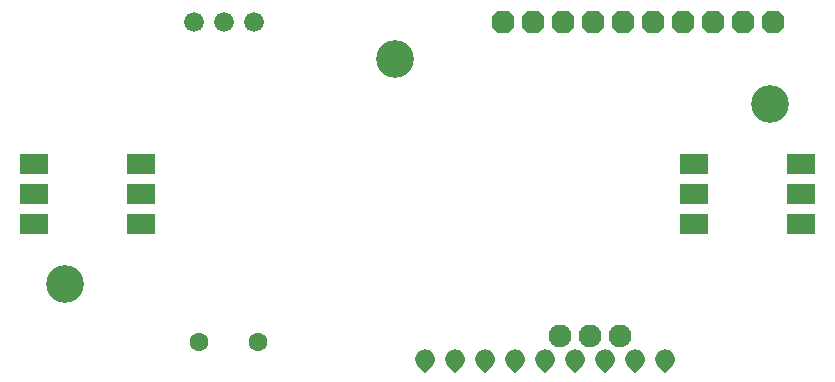
<source format=gbr>
G04 EAGLE Gerber RS-274X export*
G75*
%MOMM*%
%FSLAX34Y34*%
%LPD*%
%INSoldermask Top*%
%IPPOS*%
%AMOC8*
5,1,8,0,0,1.08239X$1,22.5*%
G01*
%ADD10C,3.200400*%
%ADD11C,1.600200*%
%ADD12R,2.438400X1.676400*%
%ADD13C,1.930400*%
%ADD14P,2.089446X8X112.500000*%
%ADD15C,1.676400*%

G36*
X342939Y13830D02*
X342939Y13830D01*
X343042Y13832D01*
X343061Y13839D01*
X343081Y13841D01*
X343176Y13881D01*
X343273Y13917D01*
X343289Y13929D01*
X343307Y13937D01*
X343438Y14042D01*
X348826Y19430D01*
X348842Y19451D01*
X348877Y19485D01*
X349824Y20640D01*
X349836Y20661D01*
X349907Y20764D01*
X350611Y22082D01*
X350619Y22104D01*
X350668Y22219D01*
X351102Y23649D01*
X351105Y23673D01*
X351131Y23795D01*
X351278Y25282D01*
X351276Y25306D01*
X351278Y25431D01*
X351131Y26918D01*
X351125Y26941D01*
X351102Y27064D01*
X350668Y28494D01*
X350658Y28515D01*
X350647Y28543D01*
X350643Y28563D01*
X350632Y28581D01*
X350611Y28631D01*
X349907Y29949D01*
X349893Y29968D01*
X349824Y30073D01*
X348877Y31228D01*
X348859Y31243D01*
X348771Y31333D01*
X347616Y32281D01*
X347596Y32293D01*
X347492Y32364D01*
X346175Y33068D01*
X346152Y33076D01*
X346037Y33125D01*
X344608Y33559D01*
X344584Y33562D01*
X344461Y33588D01*
X342975Y33734D01*
X342951Y33733D01*
X342825Y33734D01*
X341339Y33588D01*
X341316Y33581D01*
X341192Y33559D01*
X339763Y33125D01*
X339742Y33114D01*
X339625Y33068D01*
X338308Y32364D01*
X338289Y32349D01*
X338184Y32281D01*
X337029Y31333D01*
X337013Y31315D01*
X336923Y31228D01*
X335976Y30073D01*
X335964Y30052D01*
X335893Y29949D01*
X335189Y28631D01*
X335181Y28609D01*
X335132Y28494D01*
X334698Y27064D01*
X334695Y27040D01*
X334669Y26918D01*
X334522Y25431D01*
X334524Y25407D01*
X334522Y25282D01*
X334669Y23795D01*
X334675Y23772D01*
X334698Y23649D01*
X335132Y22220D01*
X335142Y22198D01*
X335189Y22082D01*
X335893Y20764D01*
X335907Y20745D01*
X335976Y20640D01*
X336923Y19485D01*
X336943Y19468D01*
X336974Y19430D01*
X342362Y14042D01*
X342378Y14030D01*
X342390Y14015D01*
X342478Y13959D01*
X342561Y13898D01*
X342580Y13893D01*
X342597Y13882D01*
X342698Y13856D01*
X342797Y13826D01*
X342816Y13827D01*
X342836Y13822D01*
X342939Y13830D01*
G37*
G36*
X393739Y13830D02*
X393739Y13830D01*
X393842Y13832D01*
X393861Y13839D01*
X393881Y13841D01*
X393976Y13881D01*
X394073Y13917D01*
X394089Y13929D01*
X394107Y13937D01*
X394238Y14042D01*
X399626Y19430D01*
X399642Y19451D01*
X399677Y19485D01*
X400624Y20640D01*
X400636Y20661D01*
X400707Y20764D01*
X401411Y22082D01*
X401419Y22104D01*
X401468Y22219D01*
X401902Y23649D01*
X401905Y23673D01*
X401931Y23795D01*
X402078Y25282D01*
X402076Y25306D01*
X402078Y25431D01*
X401931Y26918D01*
X401925Y26941D01*
X401902Y27064D01*
X401468Y28494D01*
X401458Y28515D01*
X401447Y28543D01*
X401443Y28563D01*
X401432Y28581D01*
X401411Y28631D01*
X400707Y29949D01*
X400693Y29968D01*
X400624Y30073D01*
X399677Y31228D01*
X399659Y31243D01*
X399571Y31333D01*
X398416Y32281D01*
X398396Y32293D01*
X398292Y32364D01*
X396975Y33068D01*
X396952Y33076D01*
X396837Y33125D01*
X395408Y33559D01*
X395384Y33562D01*
X395261Y33588D01*
X393775Y33734D01*
X393751Y33733D01*
X393625Y33734D01*
X392139Y33588D01*
X392116Y33581D01*
X391992Y33559D01*
X390563Y33125D01*
X390542Y33114D01*
X390425Y33068D01*
X389108Y32364D01*
X389089Y32349D01*
X388984Y32281D01*
X387829Y31333D01*
X387813Y31315D01*
X387723Y31228D01*
X386776Y30073D01*
X386764Y30052D01*
X386693Y29949D01*
X385989Y28631D01*
X385981Y28609D01*
X385932Y28494D01*
X385498Y27064D01*
X385495Y27040D01*
X385469Y26918D01*
X385322Y25431D01*
X385324Y25407D01*
X385322Y25282D01*
X385469Y23795D01*
X385475Y23772D01*
X385498Y23649D01*
X385932Y22220D01*
X385942Y22198D01*
X385989Y22082D01*
X386693Y20764D01*
X386707Y20745D01*
X386776Y20640D01*
X387723Y19485D01*
X387743Y19468D01*
X387774Y19430D01*
X393162Y14042D01*
X393178Y14030D01*
X393190Y14015D01*
X393278Y13959D01*
X393361Y13898D01*
X393380Y13893D01*
X393397Y13882D01*
X393498Y13856D01*
X393597Y13826D01*
X393616Y13827D01*
X393636Y13822D01*
X393739Y13830D01*
G37*
G36*
X368339Y13830D02*
X368339Y13830D01*
X368442Y13832D01*
X368461Y13839D01*
X368481Y13841D01*
X368576Y13881D01*
X368673Y13917D01*
X368689Y13929D01*
X368707Y13937D01*
X368838Y14042D01*
X374226Y19430D01*
X374242Y19451D01*
X374277Y19485D01*
X375224Y20640D01*
X375236Y20661D01*
X375307Y20764D01*
X376011Y22082D01*
X376019Y22104D01*
X376068Y22219D01*
X376502Y23649D01*
X376505Y23673D01*
X376531Y23795D01*
X376678Y25282D01*
X376676Y25306D01*
X376678Y25431D01*
X376531Y26918D01*
X376525Y26941D01*
X376502Y27064D01*
X376068Y28494D01*
X376058Y28515D01*
X376047Y28543D01*
X376043Y28563D01*
X376032Y28581D01*
X376011Y28631D01*
X375307Y29949D01*
X375293Y29968D01*
X375224Y30073D01*
X374277Y31228D01*
X374259Y31243D01*
X374171Y31333D01*
X373016Y32281D01*
X372996Y32293D01*
X372892Y32364D01*
X371575Y33068D01*
X371552Y33076D01*
X371437Y33125D01*
X370008Y33559D01*
X369984Y33562D01*
X369861Y33588D01*
X368375Y33734D01*
X368351Y33733D01*
X368225Y33734D01*
X366739Y33588D01*
X366716Y33581D01*
X366592Y33559D01*
X365163Y33125D01*
X365142Y33114D01*
X365025Y33068D01*
X363708Y32364D01*
X363689Y32349D01*
X363584Y32281D01*
X362429Y31333D01*
X362413Y31315D01*
X362323Y31228D01*
X361376Y30073D01*
X361364Y30052D01*
X361293Y29949D01*
X360589Y28631D01*
X360581Y28609D01*
X360532Y28494D01*
X360098Y27064D01*
X360095Y27040D01*
X360069Y26918D01*
X359922Y25431D01*
X359924Y25407D01*
X359922Y25282D01*
X360069Y23795D01*
X360075Y23772D01*
X360098Y23649D01*
X360532Y22220D01*
X360542Y22198D01*
X360589Y22082D01*
X361293Y20764D01*
X361307Y20745D01*
X361376Y20640D01*
X362323Y19485D01*
X362343Y19468D01*
X362374Y19430D01*
X367762Y14042D01*
X367778Y14030D01*
X367790Y14015D01*
X367878Y13959D01*
X367961Y13898D01*
X367980Y13893D01*
X367997Y13882D01*
X368098Y13856D01*
X368197Y13826D01*
X368216Y13827D01*
X368236Y13822D01*
X368339Y13830D01*
G37*
G36*
X495339Y13830D02*
X495339Y13830D01*
X495442Y13832D01*
X495461Y13839D01*
X495481Y13841D01*
X495576Y13881D01*
X495673Y13917D01*
X495689Y13929D01*
X495707Y13937D01*
X495838Y14042D01*
X501226Y19430D01*
X501242Y19451D01*
X501277Y19485D01*
X502224Y20640D01*
X502236Y20661D01*
X502307Y20764D01*
X503011Y22082D01*
X503019Y22104D01*
X503068Y22219D01*
X503502Y23649D01*
X503505Y23673D01*
X503531Y23795D01*
X503678Y25282D01*
X503676Y25306D01*
X503678Y25431D01*
X503531Y26918D01*
X503525Y26941D01*
X503502Y27064D01*
X503068Y28494D01*
X503058Y28515D01*
X503047Y28543D01*
X503043Y28563D01*
X503032Y28581D01*
X503011Y28631D01*
X502307Y29949D01*
X502293Y29968D01*
X502224Y30073D01*
X501277Y31228D01*
X501259Y31243D01*
X501171Y31333D01*
X500016Y32281D01*
X499996Y32293D01*
X499892Y32364D01*
X498575Y33068D01*
X498552Y33076D01*
X498437Y33125D01*
X497008Y33559D01*
X496984Y33562D01*
X496861Y33588D01*
X495375Y33734D01*
X495351Y33733D01*
X495225Y33734D01*
X493739Y33588D01*
X493716Y33581D01*
X493592Y33559D01*
X492163Y33125D01*
X492142Y33114D01*
X492025Y33068D01*
X490708Y32364D01*
X490689Y32349D01*
X490584Y32281D01*
X489429Y31333D01*
X489413Y31315D01*
X489323Y31228D01*
X488376Y30073D01*
X488364Y30052D01*
X488293Y29949D01*
X487589Y28631D01*
X487581Y28609D01*
X487532Y28494D01*
X487098Y27064D01*
X487095Y27040D01*
X487069Y26918D01*
X486922Y25431D01*
X486924Y25407D01*
X486922Y25282D01*
X487069Y23795D01*
X487075Y23772D01*
X487098Y23649D01*
X487532Y22220D01*
X487542Y22198D01*
X487589Y22082D01*
X488293Y20764D01*
X488307Y20745D01*
X488376Y20640D01*
X489323Y19485D01*
X489343Y19468D01*
X489374Y19430D01*
X494762Y14042D01*
X494778Y14030D01*
X494790Y14015D01*
X494878Y13959D01*
X494961Y13898D01*
X494980Y13893D01*
X494997Y13882D01*
X495098Y13856D01*
X495197Y13826D01*
X495216Y13827D01*
X495236Y13822D01*
X495339Y13830D01*
G37*
G36*
X419139Y13830D02*
X419139Y13830D01*
X419242Y13832D01*
X419261Y13839D01*
X419281Y13841D01*
X419376Y13881D01*
X419473Y13917D01*
X419489Y13929D01*
X419507Y13937D01*
X419638Y14042D01*
X425026Y19430D01*
X425042Y19451D01*
X425077Y19485D01*
X426024Y20640D01*
X426036Y20661D01*
X426107Y20764D01*
X426811Y22082D01*
X426819Y22104D01*
X426868Y22219D01*
X427302Y23649D01*
X427305Y23673D01*
X427331Y23795D01*
X427478Y25282D01*
X427476Y25306D01*
X427478Y25431D01*
X427331Y26918D01*
X427325Y26941D01*
X427302Y27064D01*
X426868Y28494D01*
X426858Y28515D01*
X426847Y28543D01*
X426843Y28563D01*
X426832Y28581D01*
X426811Y28631D01*
X426107Y29949D01*
X426093Y29968D01*
X426024Y30073D01*
X425077Y31228D01*
X425059Y31243D01*
X424971Y31333D01*
X423816Y32281D01*
X423796Y32293D01*
X423692Y32364D01*
X422375Y33068D01*
X422352Y33076D01*
X422237Y33125D01*
X420808Y33559D01*
X420784Y33562D01*
X420661Y33588D01*
X419175Y33734D01*
X419151Y33733D01*
X419025Y33734D01*
X417539Y33588D01*
X417516Y33581D01*
X417392Y33559D01*
X415963Y33125D01*
X415942Y33114D01*
X415825Y33068D01*
X414508Y32364D01*
X414489Y32349D01*
X414384Y32281D01*
X413229Y31333D01*
X413213Y31315D01*
X413123Y31228D01*
X412176Y30073D01*
X412164Y30052D01*
X412093Y29949D01*
X411389Y28631D01*
X411381Y28609D01*
X411332Y28494D01*
X410898Y27064D01*
X410895Y27040D01*
X410869Y26918D01*
X410722Y25431D01*
X410724Y25407D01*
X410722Y25282D01*
X410869Y23795D01*
X410875Y23772D01*
X410898Y23649D01*
X411332Y22220D01*
X411342Y22198D01*
X411389Y22082D01*
X412093Y20764D01*
X412107Y20745D01*
X412176Y20640D01*
X413123Y19485D01*
X413143Y19468D01*
X413174Y19430D01*
X418562Y14042D01*
X418578Y14030D01*
X418590Y14015D01*
X418678Y13959D01*
X418761Y13898D01*
X418780Y13893D01*
X418797Y13882D01*
X418898Y13856D01*
X418997Y13826D01*
X419016Y13827D01*
X419036Y13822D01*
X419139Y13830D01*
G37*
G36*
X469939Y13830D02*
X469939Y13830D01*
X470042Y13832D01*
X470061Y13839D01*
X470081Y13841D01*
X470176Y13881D01*
X470273Y13917D01*
X470289Y13929D01*
X470307Y13937D01*
X470438Y14042D01*
X475826Y19430D01*
X475842Y19451D01*
X475877Y19485D01*
X476824Y20640D01*
X476836Y20661D01*
X476907Y20764D01*
X477611Y22082D01*
X477619Y22104D01*
X477668Y22219D01*
X478102Y23649D01*
X478105Y23673D01*
X478131Y23795D01*
X478278Y25282D01*
X478276Y25306D01*
X478278Y25431D01*
X478131Y26918D01*
X478125Y26941D01*
X478102Y27064D01*
X477668Y28494D01*
X477658Y28515D01*
X477647Y28543D01*
X477643Y28563D01*
X477632Y28581D01*
X477611Y28631D01*
X476907Y29949D01*
X476893Y29968D01*
X476824Y30073D01*
X475877Y31228D01*
X475859Y31243D01*
X475771Y31333D01*
X474616Y32281D01*
X474596Y32293D01*
X474492Y32364D01*
X473175Y33068D01*
X473152Y33076D01*
X473037Y33125D01*
X471608Y33559D01*
X471584Y33562D01*
X471461Y33588D01*
X469975Y33734D01*
X469951Y33733D01*
X469825Y33734D01*
X468339Y33588D01*
X468316Y33581D01*
X468192Y33559D01*
X466763Y33125D01*
X466742Y33114D01*
X466625Y33068D01*
X465308Y32364D01*
X465289Y32349D01*
X465184Y32281D01*
X464029Y31333D01*
X464013Y31315D01*
X463923Y31228D01*
X462976Y30073D01*
X462964Y30052D01*
X462893Y29949D01*
X462189Y28631D01*
X462181Y28609D01*
X462132Y28494D01*
X461698Y27064D01*
X461695Y27040D01*
X461669Y26918D01*
X461522Y25431D01*
X461524Y25407D01*
X461522Y25282D01*
X461669Y23795D01*
X461675Y23772D01*
X461698Y23649D01*
X462132Y22220D01*
X462142Y22198D01*
X462189Y22082D01*
X462893Y20764D01*
X462907Y20745D01*
X462976Y20640D01*
X463923Y19485D01*
X463943Y19468D01*
X463974Y19430D01*
X469362Y14042D01*
X469378Y14030D01*
X469390Y14015D01*
X469478Y13959D01*
X469561Y13898D01*
X469580Y13893D01*
X469597Y13882D01*
X469698Y13856D01*
X469797Y13826D01*
X469816Y13827D01*
X469836Y13822D01*
X469939Y13830D01*
G37*
G36*
X444539Y13830D02*
X444539Y13830D01*
X444642Y13832D01*
X444661Y13839D01*
X444681Y13841D01*
X444776Y13881D01*
X444873Y13917D01*
X444889Y13929D01*
X444907Y13937D01*
X445038Y14042D01*
X450426Y19430D01*
X450442Y19451D01*
X450477Y19485D01*
X451424Y20640D01*
X451436Y20661D01*
X451507Y20764D01*
X452211Y22082D01*
X452219Y22104D01*
X452268Y22219D01*
X452702Y23649D01*
X452705Y23673D01*
X452731Y23795D01*
X452878Y25282D01*
X452876Y25306D01*
X452878Y25431D01*
X452731Y26918D01*
X452725Y26941D01*
X452702Y27064D01*
X452268Y28494D01*
X452258Y28515D01*
X452247Y28543D01*
X452243Y28563D01*
X452232Y28581D01*
X452211Y28631D01*
X451507Y29949D01*
X451493Y29968D01*
X451424Y30073D01*
X450477Y31228D01*
X450459Y31243D01*
X450371Y31333D01*
X449216Y32281D01*
X449196Y32293D01*
X449092Y32364D01*
X447775Y33068D01*
X447752Y33076D01*
X447637Y33125D01*
X446208Y33559D01*
X446184Y33562D01*
X446061Y33588D01*
X444575Y33734D01*
X444551Y33733D01*
X444425Y33734D01*
X442939Y33588D01*
X442916Y33581D01*
X442792Y33559D01*
X441363Y33125D01*
X441342Y33114D01*
X441225Y33068D01*
X439908Y32364D01*
X439889Y32349D01*
X439784Y32281D01*
X438629Y31333D01*
X438613Y31315D01*
X438523Y31228D01*
X437576Y30073D01*
X437564Y30052D01*
X437493Y29949D01*
X436789Y28631D01*
X436781Y28609D01*
X436732Y28494D01*
X436298Y27064D01*
X436295Y27040D01*
X436269Y26918D01*
X436122Y25431D01*
X436124Y25407D01*
X436122Y25282D01*
X436269Y23795D01*
X436275Y23772D01*
X436298Y23649D01*
X436732Y22220D01*
X436742Y22198D01*
X436789Y22082D01*
X437493Y20764D01*
X437507Y20745D01*
X437576Y20640D01*
X438523Y19485D01*
X438543Y19468D01*
X438574Y19430D01*
X443962Y14042D01*
X443978Y14030D01*
X443990Y14015D01*
X444078Y13959D01*
X444161Y13898D01*
X444180Y13893D01*
X444197Y13882D01*
X444298Y13856D01*
X444397Y13826D01*
X444416Y13827D01*
X444436Y13822D01*
X444539Y13830D01*
G37*
G36*
X546139Y13830D02*
X546139Y13830D01*
X546242Y13832D01*
X546261Y13839D01*
X546281Y13841D01*
X546376Y13881D01*
X546473Y13917D01*
X546489Y13929D01*
X546507Y13937D01*
X546638Y14042D01*
X552026Y19430D01*
X552042Y19451D01*
X552077Y19485D01*
X553024Y20640D01*
X553036Y20661D01*
X553107Y20764D01*
X553811Y22082D01*
X553819Y22104D01*
X553868Y22219D01*
X554302Y23649D01*
X554305Y23673D01*
X554331Y23795D01*
X554478Y25282D01*
X554476Y25306D01*
X554478Y25431D01*
X554331Y26918D01*
X554325Y26941D01*
X554302Y27064D01*
X553868Y28494D01*
X553858Y28515D01*
X553847Y28543D01*
X553843Y28563D01*
X553832Y28581D01*
X553811Y28631D01*
X553107Y29949D01*
X553093Y29968D01*
X553024Y30073D01*
X552077Y31228D01*
X552059Y31243D01*
X551971Y31333D01*
X550816Y32281D01*
X550796Y32293D01*
X550692Y32364D01*
X549375Y33068D01*
X549352Y33076D01*
X549237Y33125D01*
X547808Y33559D01*
X547784Y33562D01*
X547661Y33588D01*
X546175Y33734D01*
X546151Y33733D01*
X546025Y33734D01*
X544539Y33588D01*
X544516Y33581D01*
X544392Y33559D01*
X542963Y33125D01*
X542942Y33114D01*
X542825Y33068D01*
X541508Y32364D01*
X541489Y32349D01*
X541384Y32281D01*
X540229Y31333D01*
X540213Y31315D01*
X540123Y31228D01*
X539176Y30073D01*
X539164Y30052D01*
X539093Y29949D01*
X538389Y28631D01*
X538381Y28609D01*
X538332Y28494D01*
X537898Y27064D01*
X537895Y27040D01*
X537869Y26918D01*
X537722Y25431D01*
X537724Y25407D01*
X537722Y25282D01*
X537869Y23795D01*
X537875Y23772D01*
X537898Y23649D01*
X538332Y22220D01*
X538342Y22198D01*
X538389Y22082D01*
X539093Y20764D01*
X539107Y20745D01*
X539176Y20640D01*
X540123Y19485D01*
X540143Y19468D01*
X540174Y19430D01*
X545562Y14042D01*
X545578Y14030D01*
X545590Y14015D01*
X545678Y13959D01*
X545761Y13898D01*
X545780Y13893D01*
X545797Y13882D01*
X545898Y13856D01*
X545997Y13826D01*
X546016Y13827D01*
X546036Y13822D01*
X546139Y13830D01*
G37*
G36*
X520739Y13830D02*
X520739Y13830D01*
X520842Y13832D01*
X520861Y13839D01*
X520881Y13841D01*
X520976Y13881D01*
X521073Y13917D01*
X521089Y13929D01*
X521107Y13937D01*
X521238Y14042D01*
X526626Y19430D01*
X526642Y19451D01*
X526677Y19485D01*
X527624Y20640D01*
X527636Y20661D01*
X527707Y20764D01*
X528411Y22082D01*
X528419Y22104D01*
X528468Y22219D01*
X528902Y23649D01*
X528905Y23673D01*
X528931Y23795D01*
X529078Y25282D01*
X529076Y25306D01*
X529078Y25431D01*
X528931Y26918D01*
X528925Y26941D01*
X528902Y27064D01*
X528468Y28494D01*
X528458Y28515D01*
X528447Y28543D01*
X528443Y28563D01*
X528432Y28581D01*
X528411Y28631D01*
X527707Y29949D01*
X527693Y29968D01*
X527624Y30073D01*
X526677Y31228D01*
X526659Y31243D01*
X526571Y31333D01*
X525416Y32281D01*
X525396Y32293D01*
X525292Y32364D01*
X523975Y33068D01*
X523952Y33076D01*
X523837Y33125D01*
X522408Y33559D01*
X522384Y33562D01*
X522261Y33588D01*
X520775Y33734D01*
X520751Y33733D01*
X520625Y33734D01*
X519139Y33588D01*
X519116Y33581D01*
X518992Y33559D01*
X517563Y33125D01*
X517542Y33114D01*
X517425Y33068D01*
X516108Y32364D01*
X516089Y32349D01*
X515984Y32281D01*
X514829Y31333D01*
X514813Y31315D01*
X514723Y31228D01*
X513776Y30073D01*
X513764Y30052D01*
X513693Y29949D01*
X512989Y28631D01*
X512981Y28609D01*
X512932Y28494D01*
X512498Y27064D01*
X512495Y27040D01*
X512469Y26918D01*
X512322Y25431D01*
X512324Y25407D01*
X512322Y25282D01*
X512469Y23795D01*
X512475Y23772D01*
X512498Y23649D01*
X512932Y22220D01*
X512942Y22198D01*
X512989Y22082D01*
X513693Y20764D01*
X513707Y20745D01*
X513776Y20640D01*
X514723Y19485D01*
X514743Y19468D01*
X514774Y19430D01*
X520162Y14042D01*
X520178Y14030D01*
X520190Y14015D01*
X520278Y13959D01*
X520361Y13898D01*
X520380Y13893D01*
X520397Y13882D01*
X520498Y13856D01*
X520597Y13826D01*
X520616Y13827D01*
X520636Y13822D01*
X520739Y13830D01*
G37*
D10*
X317500Y279400D03*
X38100Y88900D03*
X635000Y241300D03*
D11*
X201422Y40386D03*
X151638Y40386D03*
D12*
X102362Y190500D03*
X102362Y165100D03*
X102362Y139700D03*
X11938Y190500D03*
X11938Y165100D03*
X11938Y139700D03*
X570738Y139700D03*
X570738Y165100D03*
X570738Y190500D03*
X661162Y139700D03*
X661162Y165100D03*
X661162Y190500D03*
D13*
X508000Y45160D03*
X482600Y45160D03*
X457200Y45160D03*
D14*
X408940Y311150D03*
X434340Y311150D03*
X459740Y311150D03*
X485140Y311150D03*
X510540Y311150D03*
X535940Y311150D03*
X561340Y311150D03*
X586740Y311150D03*
X612140Y311150D03*
X637540Y311150D03*
D15*
X198120Y311150D03*
X172720Y311150D03*
X147320Y311150D03*
M02*

</source>
